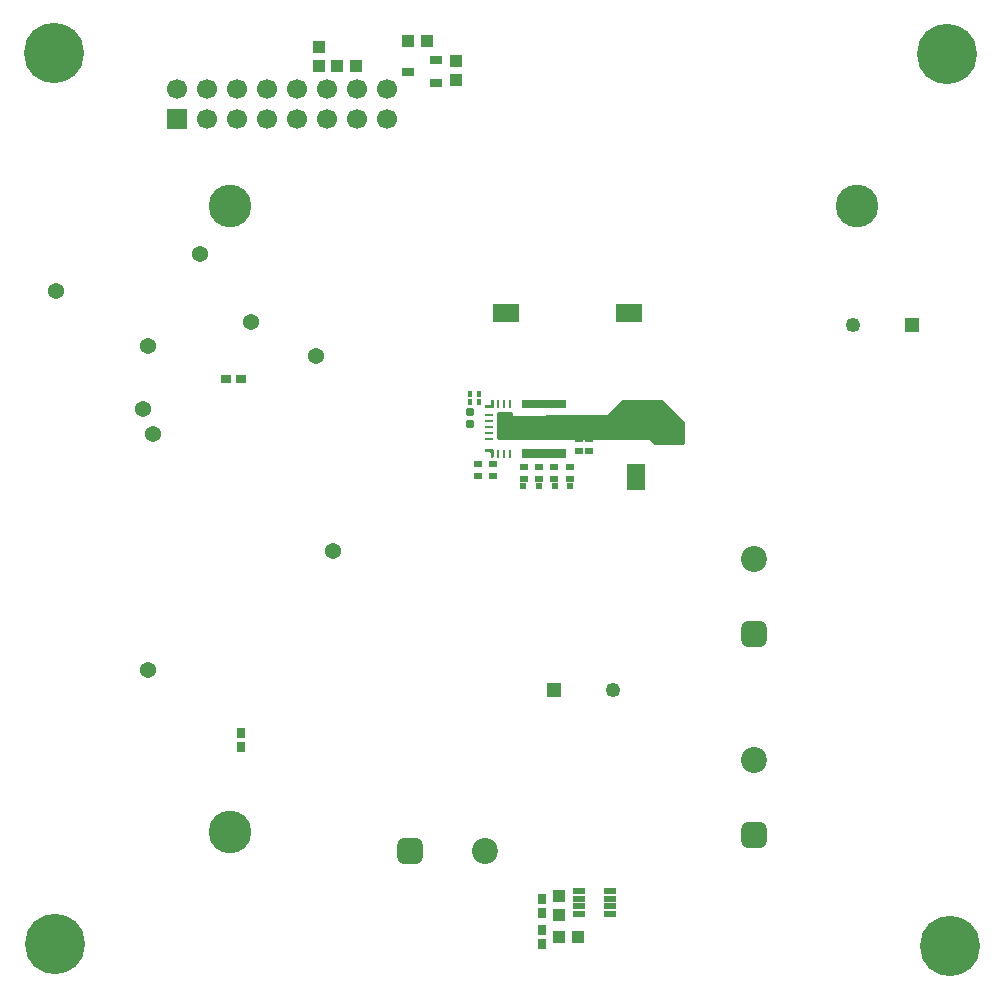
<source format=gbs>
G04*
G04 #@! TF.GenerationSoftware,Altium Limited,Altium Designer,23.1.1 (15)*
G04*
G04 Layer_Color=16711935*
%FSLAX44Y44*%
%MOMM*%
G71*
G04*
G04 #@! TF.SameCoordinates,9C76BA79-DA27-457B-B569-9ED225C8ECFE*
G04*
G04*
G04 #@! TF.FilePolarity,Negative*
G04*
G01*
G75*
%ADD77R,1.0500X1.1000*%
%ADD79R,1.1000X1.0500*%
%ADD88R,0.7000X0.9000*%
%ADD95R,1.7000X1.7000*%
%ADD96C,1.7000*%
G04:AMPARAMS|DCode=97|XSize=1.25mm|YSize=1.25mm|CornerRadius=0.05mm|HoleSize=0mm|Usage=FLASHONLY|Rotation=0.000|XOffset=0mm|YOffset=0mm|HoleType=Round|Shape=RoundedRectangle|*
%AMROUNDEDRECTD97*
21,1,1.2500,1.1500,0,0,0.0*
21,1,1.1500,1.2500,0,0,0.0*
1,1,0.1000,0.5750,-0.5750*
1,1,0.1000,-0.5750,-0.5750*
1,1,0.1000,-0.5750,0.5750*
1,1,0.1000,0.5750,0.5750*
%
%ADD97ROUNDEDRECTD97*%
%ADD98C,1.2500*%
G04:AMPARAMS|DCode=99|XSize=2.2mm|YSize=2.2mm|CornerRadius=0.575mm|HoleSize=0mm|Usage=FLASHONLY|Rotation=90.000|XOffset=0mm|YOffset=0mm|HoleType=Round|Shape=RoundedRectangle|*
%AMROUNDEDRECTD99*
21,1,2.2000,1.0500,0,0,90.0*
21,1,1.0500,2.2000,0,0,90.0*
1,1,1.1500,0.5250,0.5250*
1,1,1.1500,0.5250,-0.5250*
1,1,1.1500,-0.5250,-0.5250*
1,1,1.1500,-0.5250,0.5250*
%
%ADD99ROUNDEDRECTD99*%
%ADD100C,2.2000*%
%ADD101C,5.1000*%
G04:AMPARAMS|DCode=102|XSize=2.2mm|YSize=2.2mm|CornerRadius=0.575mm|HoleSize=0mm|Usage=FLASHONLY|Rotation=0.000|XOffset=0mm|YOffset=0mm|HoleType=Round|Shape=RoundedRectangle|*
%AMROUNDEDRECTD102*
21,1,2.2000,1.0500,0,0,0.0*
21,1,1.0500,2.2000,0,0,0.0*
1,1,1.1500,0.5250,-0.5250*
1,1,1.1500,-0.5250,-0.5250*
1,1,1.1500,-0.5250,0.5250*
1,1,1.1500,0.5250,0.5250*
%
%ADD102ROUNDEDRECTD102*%
%ADD103C,0.6080*%
%ADD104C,1.3700*%
%ADD105C,3.6080*%
G04:AMPARAMS|DCode=133|XSize=1.05mm|YSize=0.45mm|CornerRadius=0.0495mm|HoleSize=0mm|Usage=FLASHONLY|Rotation=180.000|XOffset=0mm|YOffset=0mm|HoleType=Round|Shape=RoundedRectangle|*
%AMROUNDEDRECTD133*
21,1,1.0500,0.3510,0,0,180.0*
21,1,0.9510,0.4500,0,0,180.0*
1,1,0.0990,-0.4755,0.1755*
1,1,0.0990,0.4755,0.1755*
1,1,0.0990,0.4755,-0.1755*
1,1,0.0990,-0.4755,-0.1755*
%
%ADD133ROUNDEDRECTD133*%
%ADD134C,0.2282*%
G04:AMPARAMS|DCode=135|XSize=0.7mm|YSize=0.25mm|CornerRadius=0.05mm|HoleSize=0mm|Usage=FLASHONLY|Rotation=270.000|XOffset=0mm|YOffset=0mm|HoleType=Round|Shape=RoundedRectangle|*
%AMROUNDEDRECTD135*
21,1,0.7000,0.1500,0,0,270.0*
21,1,0.6000,0.2500,0,0,270.0*
1,1,0.1000,-0.0750,-0.3000*
1,1,0.1000,-0.0750,0.3000*
1,1,0.1000,0.0750,0.3000*
1,1,0.1000,0.0750,-0.3000*
%
%ADD135ROUNDEDRECTD135*%
G04:AMPARAMS|DCode=136|XSize=0.25mm|YSize=0.7mm|CornerRadius=0.05mm|HoleSize=0mm|Usage=FLASHONLY|Rotation=270.000|XOffset=0mm|YOffset=0mm|HoleType=Round|Shape=RoundedRectangle|*
%AMROUNDEDRECTD136*
21,1,0.2500,0.6000,0,0,270.0*
21,1,0.1500,0.7000,0,0,270.0*
1,1,0.1000,-0.3000,-0.0750*
1,1,0.1000,-0.3000,0.0750*
1,1,0.1000,0.3000,0.0750*
1,1,0.1000,0.3000,-0.0750*
%
%ADD136ROUNDEDRECTD136*%
G04:AMPARAMS|DCode=137|XSize=2.35mm|YSize=1.33mm|CornerRadius=0.0532mm|HoleSize=0mm|Usage=FLASHONLY|Rotation=270.000|XOffset=0mm|YOffset=0mm|HoleType=Round|Shape=RoundedRectangle|*
%AMROUNDEDRECTD137*
21,1,2.3500,1.2236,0,0,270.0*
21,1,2.2436,1.3300,0,0,270.0*
1,1,0.1064,-0.6118,-1.1218*
1,1,0.1064,-0.6118,1.1218*
1,1,0.1064,0.6118,1.1218*
1,1,0.1064,0.6118,-1.1218*
%
%ADD137ROUNDEDRECTD137*%
G04:AMPARAMS|DCode=138|XSize=2.1mm|YSize=4.5mm|CornerRadius=0.0525mm|HoleSize=0mm|Usage=FLASHONLY|Rotation=270.000|XOffset=0mm|YOffset=0mm|HoleType=Round|Shape=RoundedRectangle|*
%AMROUNDEDRECTD138*
21,1,2.1000,4.3950,0,0,270.0*
21,1,1.9950,4.5000,0,0,270.0*
1,1,0.1050,-2.1975,-0.9975*
1,1,0.1050,-2.1975,0.9975*
1,1,0.1050,2.1975,0.9975*
1,1,0.1050,2.1975,-0.9975*
%
%ADD138ROUNDEDRECTD138*%
%ADD139C,1.6031*%
%ADD140C,0.3938*%
G04:AMPARAMS|DCode=145|XSize=0.4mm|YSize=0.5mm|CornerRadius=0.05mm|HoleSize=0mm|Usage=FLASHONLY|Rotation=180.000|XOffset=0mm|YOffset=0mm|HoleType=Round|Shape=RoundedRectangle|*
%AMROUNDEDRECTD145*
21,1,0.4000,0.4000,0,0,180.0*
21,1,0.3000,0.5000,0,0,180.0*
1,1,0.1000,-0.1500,0.2000*
1,1,0.1000,0.1500,0.2000*
1,1,0.1000,0.1500,-0.2000*
1,1,0.1000,-0.1500,-0.2000*
%
%ADD145ROUNDEDRECTD145*%
G04:AMPARAMS|DCode=146|XSize=0.6mm|YSize=0.6mm|CornerRadius=0.051mm|HoleSize=0mm|Usage=FLASHONLY|Rotation=270.000|XOffset=0mm|YOffset=0mm|HoleType=Round|Shape=RoundedRectangle|*
%AMROUNDEDRECTD146*
21,1,0.6000,0.4980,0,0,270.0*
21,1,0.4980,0.6000,0,0,270.0*
1,1,0.1020,-0.2490,-0.2490*
1,1,0.1020,-0.2490,0.2490*
1,1,0.1020,0.2490,0.2490*
1,1,0.1020,0.2490,-0.2490*
%
%ADD146ROUNDEDRECTD146*%
%ADD148R,0.9000X0.7000*%
%ADD149R,1.5000X2.3000*%
%ADD150R,2.3000X1.5000*%
%ADD151R,0.7096X0.4810*%
G04:AMPARAMS|DCode=152|XSize=0.7mm|YSize=1.1mm|CornerRadius=0.2mm|HoleSize=0mm|Usage=FLASHONLY|Rotation=90.000|XOffset=0mm|YOffset=0mm|HoleType=Round|Shape=RoundedRectangle|*
%AMROUNDEDRECTD152*
21,1,0.7000,0.7000,0,0,90.0*
21,1,0.3000,1.1000,0,0,90.0*
1,1,0.4000,0.3500,0.1500*
1,1,0.4000,0.3500,-0.1500*
1,1,0.4000,-0.3500,-0.1500*
1,1,0.4000,-0.3500,0.1500*
%
%ADD152ROUNDEDRECTD152*%
G36*
X458503Y481422D02*
X458503Y481421D01*
X458503Y481421D01*
X460003D01*
X463494Y481421D01*
X463495Y481421D01*
X463497Y481421D01*
X463499Y481421D01*
X463502D01*
X463503Y481421D01*
X463503Y481421D01*
X468043Y481421D01*
X468043Y474921D01*
Y474822D01*
X467967Y474638D01*
X467826Y474497D01*
X467642Y474421D01*
X467543D01*
X430963Y474421D01*
X430863Y474421D01*
X430679Y474496D01*
X430538Y474637D01*
X430462Y474822D01*
X430463Y474921D01*
X430463Y481421D01*
X445003D01*
X448495Y481421D01*
X448496D01*
X448498Y481421D01*
X453500D01*
X453501Y481421D01*
X453502Y481421D01*
X453503D01*
X453503Y481421D01*
X453503Y481421D01*
X458499D01*
X458500Y481422D01*
X458501Y481422D01*
X458502Y481422D01*
X458503Y481422D01*
D02*
G37*
G36*
X406166Y481345D02*
X406307Y481204D01*
X406383Y481021D01*
X406383Y480921D01*
X406383Y474921D01*
X406383D01*
X406383Y474822D01*
X406307Y474638D01*
X406166Y474497D01*
X405982Y474421D01*
X405883Y474421D01*
X399383Y474421D01*
X399283Y474421D01*
X399100Y474497D01*
X398959Y474638D01*
X398883Y474822D01*
X398883Y474921D01*
Y476421D01*
X398883Y476421D01*
Y476521D01*
X398959Y476704D01*
X399100Y476845D01*
X399283Y476921D01*
X399383D01*
X403383Y476921D01*
Y476921D01*
X403480Y476931D01*
X403661Y477005D01*
X403798Y477143D01*
X403873Y477324D01*
X403883Y477421D01*
Y480921D01*
X403883Y480921D01*
Y481021D01*
X403959Y481204D01*
X404100Y481345D01*
X404283Y481421D01*
X404383D01*
X405883Y481421D01*
X405883Y481421D01*
X405982Y481421D01*
X406166Y481345D01*
D02*
G37*
G36*
X568653Y462971D02*
Y445174D01*
X566855Y443376D01*
X543003D01*
X539142Y447236D01*
X465456D01*
X465271Y447421D01*
X450443Y447421D01*
Y468334D01*
X502468D01*
X515661Y481527D01*
X550097D01*
X568653Y462971D01*
D02*
G37*
G36*
X467826Y439345D02*
X467967Y439205D01*
X468043Y439021D01*
X468043Y438921D01*
X468043Y432421D01*
X463500Y432421D01*
X460014D01*
X460014Y432422D01*
X460013Y432421D01*
X460010Y432421D01*
X460007Y432421D01*
X460004Y432421D01*
X460003Y432421D01*
X458501Y432421D01*
X455010Y432421D01*
X455011Y432422D01*
X455010Y432421D01*
X455008Y432421D01*
X455006Y432421D01*
X455004Y432421D01*
X455003Y432421D01*
X453501Y432421D01*
X450013D01*
X450013Y432422D01*
X450011Y432422D01*
X450009Y432421D01*
X450006Y432421D01*
X450004Y432421D01*
X450003Y432421D01*
X448501Y432421D01*
X445012D01*
X445012Y432422D01*
X445011Y432422D01*
X445009Y432421D01*
X445006Y432421D01*
X445004Y432421D01*
X445003Y432421D01*
X443502Y432421D01*
X440011D01*
X440011Y432422D01*
X440010Y432422D01*
X440008Y432421D01*
X440006Y432421D01*
X440004Y432421D01*
X440003Y432421D01*
X438503Y432421D01*
X435011D01*
X435011Y432423D01*
X435010Y432422D01*
X435008Y432421D01*
X435006Y432421D01*
X435004Y432421D01*
X435003Y432421D01*
X430463Y432421D01*
X430463Y438921D01*
Y439021D01*
X430539Y439204D01*
X430680Y439345D01*
X430863Y439421D01*
X430963D01*
X467543Y439421D01*
Y439421D01*
X467642Y439421D01*
X467826Y439345D01*
D02*
G37*
G36*
X405883Y439421D02*
X405982Y439421D01*
X406166Y439345D01*
X406307Y439204D01*
X406383Y439021D01*
X406383Y438921D01*
X406383Y438921D01*
X406383Y432921D01*
Y432822D01*
X406307Y432638D01*
X406166Y432497D01*
X405982Y432421D01*
X405883Y432421D01*
X404383D01*
X404283Y432421D01*
X404100Y432497D01*
X403959Y432638D01*
X403883Y432822D01*
X403883Y432921D01*
X403883Y432921D01*
X403883Y436421D01*
X403873Y436519D01*
X403798Y436699D01*
X403661Y436837D01*
X403480Y436912D01*
X403383Y436921D01*
Y436921D01*
X399383D01*
X399283Y436921D01*
X399100Y436997D01*
X398959Y437138D01*
X398883Y437322D01*
X398883Y437421D01*
Y438921D01*
X398883Y439021D01*
X398959Y439204D01*
X399100Y439345D01*
X399283Y439421D01*
X399383Y439421D01*
Y439421D01*
X405883Y439421D01*
D02*
G37*
D77*
X461621Y61092D02*
D03*
Y45092D02*
D03*
X258671Y780307D02*
D03*
Y764307D02*
D03*
X374489Y752245D02*
D03*
Y768245D02*
D03*
D79*
X477606Y26529D02*
D03*
X461606D02*
D03*
X290248Y764054D02*
D03*
X274248D02*
D03*
X350178Y785203D02*
D03*
X334178D02*
D03*
D88*
X447139Y32529D02*
D03*
Y20529D02*
D03*
X447228Y59092D02*
D03*
Y47092D02*
D03*
X192764Y199150D02*
D03*
Y187150D02*
D03*
D95*
X138337Y718971D02*
D03*
D96*
Y744371D02*
D03*
X163737Y718971D02*
D03*
X189137D02*
D03*
X214537D02*
D03*
X239937D02*
D03*
X265337D02*
D03*
X290737D02*
D03*
X316137D02*
D03*
X163737Y744371D02*
D03*
X189137D02*
D03*
X214537D02*
D03*
X239937D02*
D03*
X265337D02*
D03*
X290737D02*
D03*
X316137D02*
D03*
D97*
X457739Y235799D02*
D03*
X760653Y544533D02*
D03*
D98*
X507739Y235799D02*
D03*
X710653Y544533D02*
D03*
D99*
X626699Y283356D02*
D03*
X626986Y112783D02*
D03*
D100*
X626699Y346856D02*
D03*
X626986Y176283D02*
D03*
X399360Y99533D02*
D03*
D101*
X34798Y20828D02*
D03*
X793158Y18958D02*
D03*
X34290Y774700D02*
D03*
X790702Y774446D02*
D03*
D102*
X335860Y99533D02*
D03*
D103*
X471486Y408652D02*
D03*
X458150Y408321D02*
D03*
X445179Y408494D02*
D03*
X431669Y408652D02*
D03*
D104*
X157646Y604522D02*
D03*
X113760Y252348D02*
D03*
X255809Y518694D02*
D03*
X109979Y473752D02*
D03*
X118378Y452124D02*
D03*
X113760Y527148D02*
D03*
X201037Y547622D02*
D03*
X270787Y353703D02*
D03*
X35963Y573387D02*
D03*
D105*
X714340Y645920D02*
D03*
X183640D02*
D03*
Y115920D02*
D03*
D133*
X505045Y65691D02*
D03*
Y59191D02*
D03*
Y52691D02*
D03*
Y46192D02*
D03*
X479045D02*
D03*
Y52691D02*
D03*
Y59191D02*
D03*
Y65691D02*
D03*
D134*
X404633Y476171D02*
D03*
Y437671D02*
D03*
D135*
X420133Y477921D02*
D03*
X415133D02*
D03*
X410133D02*
D03*
X420133Y435921D02*
D03*
X415133D02*
D03*
X410133D02*
D03*
D136*
X402383Y468671D02*
D03*
Y463671D02*
D03*
Y458671D02*
D03*
Y453671D02*
D03*
Y448671D02*
D03*
D137*
X416033Y459171D02*
D03*
D138*
X435563Y457919D02*
D03*
D139*
X460414Y457515D02*
D03*
D140*
X449230Y476609D02*
D03*
X449230Y437234D02*
D03*
D145*
X386230Y479441D02*
D03*
X394230D02*
D03*
X394346Y486623D02*
D03*
X386346D02*
D03*
D146*
X386741Y460974D02*
D03*
Y471474D02*
D03*
D148*
X180191Y498642D02*
D03*
X192190D02*
D03*
D149*
X527352Y416393D02*
D03*
D150*
X521352Y554636D02*
D03*
X417246D02*
D03*
D151*
X487237Y438054D02*
D03*
Y448214D02*
D03*
X444996Y414315D02*
D03*
Y424475D02*
D03*
X457996Y414315D02*
D03*
Y424475D02*
D03*
X470997Y414315D02*
D03*
Y424475D02*
D03*
X405624Y427255D02*
D03*
Y417095D02*
D03*
X392951Y427216D02*
D03*
Y417057D02*
D03*
X478437Y438058D02*
D03*
Y448218D02*
D03*
X431996Y424475D02*
D03*
Y414315D02*
D03*
D152*
X333635Y759304D02*
D03*
X357635Y749804D02*
D03*
Y768804D02*
D03*
M02*

</source>
